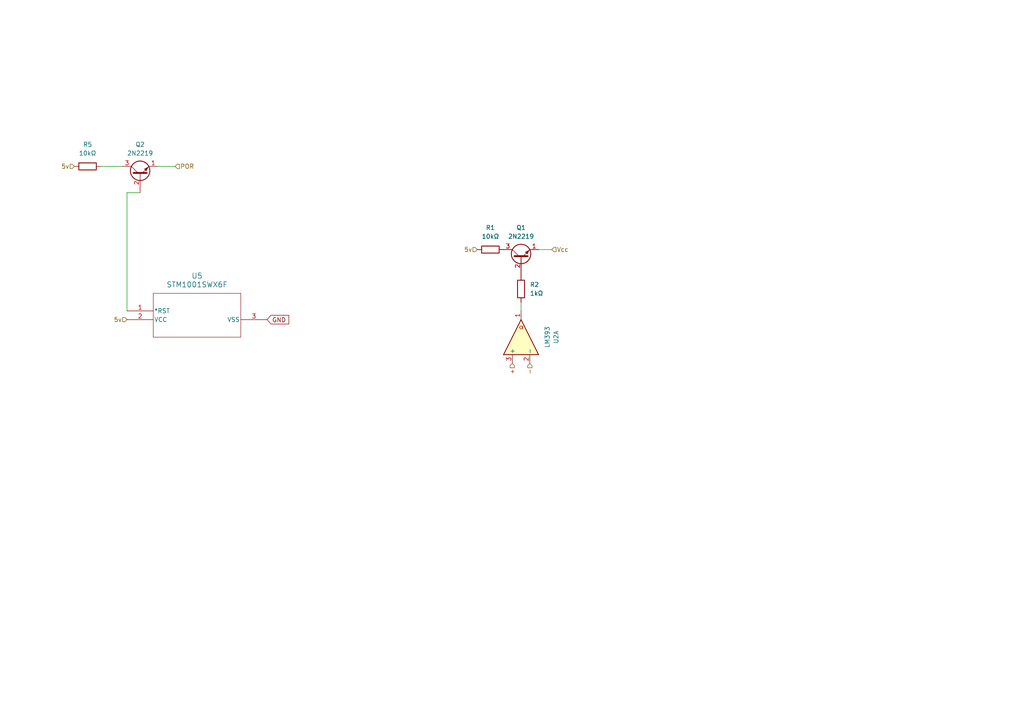
<source format=kicad_sch>
(kicad_sch (version 20231120) (generator "eeschema") (generator_version "8.0")
  (paper "A4")
  (lib_symbols
    (symbol "Comparator:LM393" (pin_names (offset 0.127))
      (property "Reference" "U" (at 3.81 3.81 0))
      (property "Value" "LM393" (at 6.35 -3.81 0))
      (symbol "LM393_1_1"
        (polyline (pts (xy -5.08 5.08) (xy 5.08 0) (xy -5.08 -5.08) (xy -5.08 5.08)) (stroke (width 0.254)) (fill (type background)))
        (polyline (pts (xy 3.302 -0.508) (xy 2.794 -0.508) (xy 3.302 0) (xy 2.794 0.508) (xy 2.286 0) (xy 2.794 -0.508) (xy 2.286 -0.508)) (stroke (width 0.127)))
        (pin open_collector line (at 7.62 0 180) (length 2.54) (name "~") (number "1"))
        (pin input line (at -7.62 -2.54 0) (length 2.54) (name "-") (number "2"))
        (pin input line (at -7.62 2.54 0) (length 2.54) (name "+") (number "3"))
      )
      (symbol "LM393_2_1"
        (polyline (pts (xy -5.08 5.08) (xy 5.08 0) (xy -5.08 -5.08) (xy -5.08 5.08)) (stroke (width 0.254)) (fill (type background)))
        (polyline (pts (xy 3.302 -0.508) (xy 2.794 -0.508) (xy 3.302 0) (xy 2.794 0.508) (xy 2.286 0) (xy 2.794 -0.508) (xy 2.286 -0.508)) (stroke (width 0.127)))
        (pin input line (at -7.62 2.54 0) (length 2.54) (name "+") (number "5"))
        (pin input line (at -7.62 -2.54 0) (length 2.54) (name "-") (number "6"))
        (pin open_collector line (at 7.62 0 180) (length 2.54) (name "~") (number "7"))
      )
      (symbol "LM393_3_1"
        (pin power_in line (at -2.54 -7.62 90) (length 3.81) (name "V-") (number "4"))
        (pin power_in line (at -2.54 7.62 270) (length 3.81) (name "V+") (number "8"))
      )
    )
    (symbol "Device:R" (pin_numbers hide) (pin_names (offset 0))
      (property "Reference" "R" (at 2.032 0 90))
      (property "Value" "R" (at 0 0 90))
      (symbol "R_0_1"
        (rectangle (start -1.016 -2.54) (end 1.016 2.54) (stroke (width 0.254)))
      )
      (symbol "R_1_1"
        (pin passive line (at 0 3.81 270) (length 1.27) (name "~") (number "1"))
        (pin passive line (at 0 -3.81 90) (length 1.27) (name "~") (number "2"))
      )
    )
    (symbol "POR:STM1001SWX6F" (pin_names (offset 0.254))
      (property "Reference" "U" (at 20.32 10.16 0))
      (property "Value" "STM1001SWX6F" (at 20.32 7.62 0))
      (symbol "STM1001SWX6F_0_1"
        (polyline (pts (xy 7.62 -7.62) (xy 33.02 -7.62)) (stroke (width 0.127)))
        (polyline (pts (xy 7.62 5.08) (xy 7.62 -7.62)) (stroke (width 0.127)))
        (polyline (pts (xy 33.02 -7.62) (xy 33.02 5.08)) (stroke (width 0.127)))
        (polyline (pts (xy 33.02 5.08) (xy 7.62 5.08)) (stroke (width 0.127)))
        (pin unspecified line (at 0 0 0) (length 7.62) (name "*RST") (number "1"))
        (pin unspecified line (at 0 -2.54 0) (length 7.62) (name "VCC") (number "2"))
        (pin unspecified line (at 40.64 -2.54 180) (length 7.62) (name "VSS") (number "3"))
      )
    )
    (symbol "Transistor_BJT:2N2219" (pin_names (offset 0) hide)
      (property "Reference" "Q" (at 5.08 1.905 0))
      (property "Value" "2N2219" (at 5.08 0 0))
      (symbol "2N2219_0_1"
        (polyline (pts (xy 0.635 0.635) (xy 2.54 2.54)))
        (polyline (pts (xy 0.635 -0.635) (xy 2.54 -2.54) (xy 2.54 -2.54)))
        (polyline (pts (xy 0.635 1.905) (xy 0.635 -1.905) (xy 0.635 -1.905)) (stroke (width 0.508)))
        (polyline (pts (xy 1.27 -1.778) (xy 1.778 -1.27) (xy 2.286 -2.286) (xy 1.27 -1.778) (xy 1.27 -1.778)) (fill (type outline)))
        (circle (center 1.27 0) (radius 2.8194) (stroke (width 0.254)))
      )
      (symbol "2N2219_1_1"
        (pin passive line (at 2.54 -5.08 90) (length 2.54) (name "E") (number "1"))
        (pin passive line (at -5.08 0 0) (length 5.715) (name "B") (number "2"))
        (pin passive line (at 2.54 5.08 270) (length 2.54) (name "C") (number "3"))
      )
    )
  )
  (wire (pts (xy 160.02 72.39) (xy 156.21 72.39)))
  (wire (pts (xy 36.83 55.88) (xy 40.64 55.88)))
  (wire (pts (xy 151.13 87.63) (xy 151.13 90.17)))
  (wire (pts (xy 29.21 48.26) (xy 35.56 48.26)))
  (wire (pts (xy 36.83 90.17) (xy 36.83 55.88)))
  (wire (pts (xy 50.8 48.26) (xy 45.72 48.26)))
  (global_label "GND" (shape input) (at 77.47 92.71 0) (property "Intersheetrefs" "${INTERSHEET_REFS}" (effects (hide yes))))
  (hierarchical_label "5v" (shape input) (at 21.59 48.26 180))
  (hierarchical_label "-" (shape input) (at 153.67 105.41 270))
  (hierarchical_label "POR" (shape input) (at 50.8 48.26 0))
  (hierarchical_label "+" (shape input) (at 148.59 105.41 270))
  (hierarchical_label "5v" (shape input) (at 138.43 72.39 180))
  (hierarchical_label "Vcc" (shape input) (at 160.02 72.39 0))
  (hierarchical_label "5v" (shape input) (at 36.83 92.71 180))
  (symbol (lib_id "Device:R") (at 151.13 83.82 0) (unit 1)
    (property "Reference" "R2" (at 153.67 82.5499 0) (effects (justify left)))
    (property "Value" "1kΩ" (at 153.67 85.0899 0) (effects (justify left)))
    (property "Footprint" "Resistor_THT:R_Axial_DIN0204_L3.6mm_D1.6mm_P5.08mm_Horizontal" (effects (hide yes)))
    (property "Description" "Resistor" (effects (hide yes)))
  )
  (symbol (lib_id "Transistor_BJT:2N2219") (at 151.13 74.93 90) (unit 1)
    (property "Reference" "Q1" (at 151.13 66.04 90))
    (property "Value" "2N2219" (at 151.13 68.58 90))
    (property "Footprint" "Package_TO_SOT_THT:TO-39-3" (effects (hide yes)))
    (property "Datasheet" "http://www.onsemi.com/pub_link/Collateral/2N2219-D.PDF" (effects (hide yes)))
    (property "Description" "800mA Ic, 50V Vce, NPN Transistor, TO-39" (effects (hide yes)))
  )
  (symbol (lib_id "Comparator:LM393") (at 151.13 97.79 90) (unit 1)
    (property "Reference" "U2" (at 161.29 97.79 0))
    (property "Value" "LM393" (at 158.75 97.79 0))
    (property "Datasheet" "http://www.ti.com/lit/ds/symlink/lm393.pdf" (effects (hide yes)))
    (property "Description" "Low-Power, Low-Offset Voltage, Dual Comparators, DIP-8/SOIC-8/TO-99-8" (effects (hide yes)))
  )
  (symbol (lib_id "Device:R") (at 25.4 48.26 90) (unit 1)
    (property "Reference" "R5" (at 25.4 41.91 90))
    (property "Value" "10kΩ" (at 25.4 44.45 90))
    (property "Footprint" "Resistor_THT:R_Axial_DIN0204_L3.6mm_D1.6mm_P5.08mm_Horizontal" (effects (hide yes)))
    (property "Description" "Resistor" (effects (hide yes)))
  )
  (symbol (lib_id "Transistor_BJT:2N2219") (at 40.64 50.8 90) (unit 1)
    (property "Reference" "Q2" (at 40.64 41.91 90))
    (property "Value" "2N2219" (at 40.64 44.45 90))
    (property "Footprint" "Package_TO_SOT_THT:TO-39-3" (effects (hide yes)))
    (property "Datasheet" "http://www.onsemi.com/pub_link/Collateral/2N2219-D.PDF" (effects (hide yes)))
    (property "Description" "800mA Ic, 50V Vce, NPN Transistor, TO-39" (effects (hide yes)))
  )
  (symbol (lib_id "Device:R") (at 142.24 72.39 90) (unit 1)
    (property "Reference" "R1" (at 142.24 66.04 90))
    (property "Value" "10kΩ" (at 142.24 68.58 90))
    (property "Footprint" "Resistor_THT:R_Axial_DIN0204_L3.6mm_D1.6mm_P5.08mm_Horizontal" (effects (hide yes)))
    (property "Description" "Resistor" (effects (hide yes)))
  )
  (symbol (lib_id "POR:STM1001SWX6F") (at 36.83 90.17 0) (unit 1)
    (property "Reference" "U5" (at 57.15 80.01 0) (effects (font (size 1.524 1.524))))
    (property "Value" "STM1001SWX6F" (at 57.15 82.55 0) (effects (font (size 1.524 1.524))))
    (property "Footprint" "SOT-23_STM" (effects (hide yes)))
    (property "Datasheet" "STM1001SWX6F" (effects (hide yes)))
  )
)
</source>
